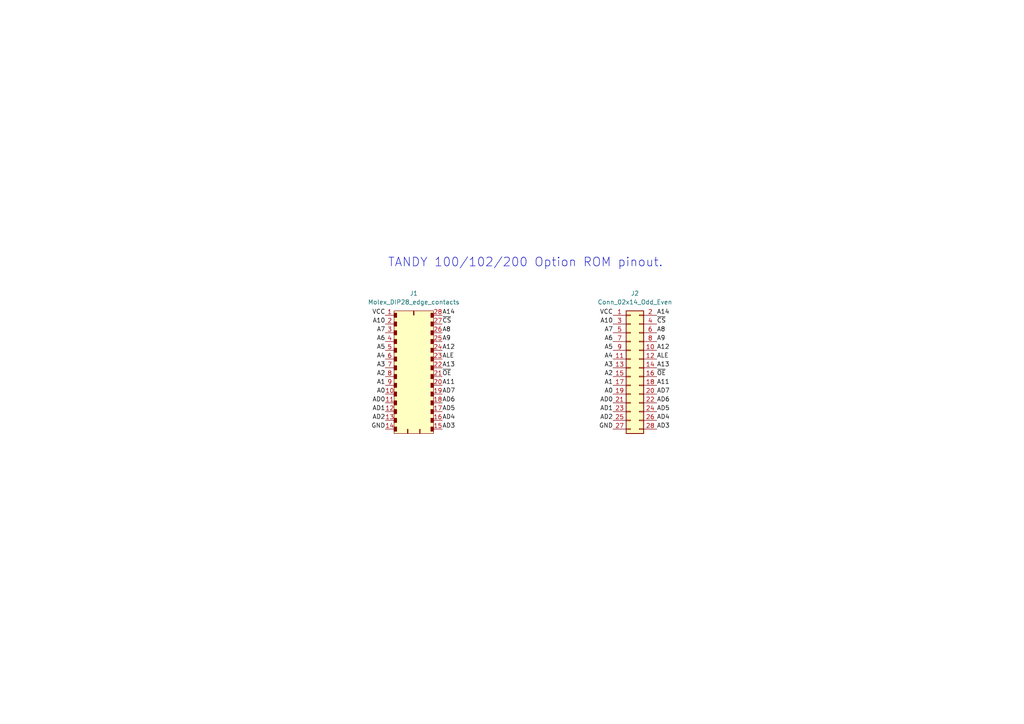
<source format=kicad_sch>
(kicad_sch (version 20231120) (generator "eeschema") (generator_version "8.0")
  (paper "A4")
  (lib_symbols
    (symbol "000_LOCAL:Molex_DIP28_edge_contacts" (pin_names (offset 1.016))
      (property "Reference" "J" (at -7.62 19.05 0))
      (property "Value" "Molex_DIP28_edge_contacts" (at 0 -19.05 0))
      (symbol "Molex_DIP28_edge_contacts_0_1"
        (rectangle (start -3.81 -17.78) (end -3.556 -16.51) (stroke (width 0.0254)) (fill (type outline)))
        (rectangle (start -2.032 17.78) (end -1.778 16.51) (stroke (width 0.0254)) (fill (type outline)))
        (rectangle (start 0 -17.78) (end -0.254 -16.51) (stroke (width 0.0254)) (fill (type outline)))
      )
      (symbol "Molex_DIP28_edge_contacts_1_1"
        (rectangle (start -7.62 -15.875) (end -6.858 -17.145) (fill (type outline)))
        (rectangle (start -7.62 -13.335) (end -6.858 -14.605) (fill (type outline)))
        (rectangle (start -7.62 -10.795) (end -6.858 -12.065) (fill (type outline)))
        (rectangle (start -7.62 -8.255) (end -6.858 -9.525) (fill (type outline)))
        (rectangle (start -7.62 -5.715) (end -6.858 -6.985) (fill (type outline)))
        (rectangle (start -7.62 -3.175) (end -6.858 -4.445) (fill (type outline)))
        (rectangle (start -7.62 -0.635) (end -6.858 -1.905) (fill (type outline)))
        (rectangle (start -7.62 1.905) (end -6.858 0.635) (fill (type outline)))
        (rectangle (start -7.62 4.445) (end -6.858 3.175) (fill (type outline)))
        (rectangle (start -7.62 6.985) (end -6.858 5.715) (fill (type outline)))
        (rectangle (start -7.62 9.525) (end -6.858 8.255) (fill (type outline)))
        (rectangle (start -7.62 12.065) (end -6.858 10.795) (fill (type outline)))
        (rectangle (start -7.62 14.605) (end -6.858 13.335) (fill (type outline)))
        (rectangle (start -7.62 17.145) (end -6.858 15.875) (fill (type outline)))
        (rectangle (start -7.62 17.78) (end 3.81 -17.78) (fill (type background)))
        (rectangle (start 3.048 -15.875) (end 3.81 -17.145) (fill (type outline)))
        (rectangle (start 3.048 -13.335) (end 3.81 -14.605) (fill (type outline)))
        (rectangle (start 3.048 -10.795) (end 3.81 -12.065) (fill (type outline)))
        (rectangle (start 3.048 -8.255) (end 3.81 -9.525) (fill (type outline)))
        (rectangle (start 3.048 -5.715) (end 3.81 -6.985) (fill (type outline)))
        (rectangle (start 3.048 -3.175) (end 3.81 -4.445) (fill (type outline)))
        (rectangle (start 3.048 -0.635) (end 3.81 -1.905) (fill (type outline)))
        (rectangle (start 3.048 1.905) (end 3.81 0.635) (fill (type outline)))
        (rectangle (start 3.048 4.445) (end 3.81 3.175) (fill (type outline)))
        (rectangle (start 3.048 6.985) (end 3.81 5.715) (fill (type outline)))
        (rectangle (start 3.048 9.525) (end 3.81 8.255) (fill (type outline)))
        (rectangle (start 3.048 12.065) (end 3.81 10.795) (fill (type outline)))
        (rectangle (start 3.048 14.605) (end 3.81 13.335) (fill (type outline)))
        (rectangle (start 3.048 17.145) (end 3.81 15.875) (fill (type outline)))
        (pin passive line (at -10.16 16.51 0) (length 2.54) (name "~") (number "1"))
        (pin passive line (at -10.16 -6.35 0) (length 2.54) (name "~") (number "10"))
        (pin passive line (at -10.16 -8.89 0) (length 2.54) (name "~") (number "11"))
        (pin passive line (at -10.16 -11.43 0) (length 2.54) (name "~") (number "12"))
        (pin passive line (at -10.16 -13.97 0) (length 2.54) (name "~") (number "13"))
        (pin passive line (at -10.16 -16.51 0) (length 2.54) (name "~") (number "14"))
        (pin passive line (at 6.35 -16.51 180) (length 2.54) (name "~") (number "15"))
        (pin passive line (at 6.35 -13.97 180) (length 2.54) (name "~") (number "16"))
        (pin passive line (at 6.35 -11.43 180) (length 2.54) (name "~") (number "17"))
        (pin passive line (at 6.35 -8.89 180) (length 2.54) (name "~") (number "18"))
        (pin passive line (at 6.35 -6.35 180) (length 2.54) (name "~") (number "19"))
        (pin passive line (at -10.16 13.97 0) (length 2.54) (name "~") (number "2"))
        (pin passive line (at 6.35 -3.81 180) (length 2.54) (name "~") (number "20"))
        (pin passive line (at 6.35 -1.27 180) (length 2.54) (name "~") (number "21"))
        (pin passive line (at 6.35 1.27 180) (length 2.54) (name "~") (number "22"))
        (pin passive line (at 6.35 3.81 180) (length 2.54) (name "~") (number "23"))
        (pin passive line (at 6.35 6.35 180) (length 2.54) (name "~") (number "24"))
        (pin passive line (at 6.35 8.89 180) (length 2.54) (name "~") (number "25"))
        (pin passive line (at 6.35 11.43 180) (length 2.54) (name "~") (number "26"))
        (pin passive line (at 6.35 13.97 180) (length 2.54) (name "~") (number "27"))
        (pin passive line (at 6.35 16.51 180) (length 2.54) (name "~") (number "28"))
        (pin passive line (at -10.16 11.43 0) (length 2.54) (name "~") (number "3"))
        (pin passive line (at -10.16 8.89 0) (length 2.54) (name "~") (number "4"))
        (pin passive line (at -10.16 6.35 0) (length 2.54) (name "~") (number "5"))
        (pin passive line (at -10.16 3.81 0) (length 2.54) (name "~") (number "6"))
        (pin passive line (at -10.16 1.27 0) (length 2.54) (name "~") (number "7"))
        (pin passive line (at -10.16 -1.27 0) (length 2.54) (name "~") (number "8"))
        (pin passive line (at -10.16 -3.81 0) (length 2.54) (name "~") (number "9"))
      )
    )
    (symbol "Connector_Generic:Conn_02x14_Odd_Even" (pin_names (offset 1.016) hide)
      (property "Reference" "J" (at 1.27 17.78 0))
      (property "Value" "Conn_02x14_Odd_Even" (at 1.27 -20.32 0))
      (symbol "Conn_02x14_Odd_Even_1_1"
        (rectangle (start -1.27 -17.653) (end 0 -17.907) (stroke (width 0.1524)))
        (rectangle (start -1.27 -15.113) (end 0 -15.367) (stroke (width 0.1524)))
        (rectangle (start -1.27 -12.573) (end 0 -12.827) (stroke (width 0.1524)))
        (rectangle (start -1.27 -10.033) (end 0 -10.287) (stroke (width 0.1524)))
        (rectangle (start -1.27 -7.493) (end 0 -7.747) (stroke (width 0.1524)))
        (rectangle (start -1.27 -4.953) (end 0 -5.207) (stroke (width 0.1524)))
        (rectangle (start -1.27 -2.413) (end 0 -2.667) (stroke (width 0.1524)))
        (rectangle (start -1.27 0.127) (end 0 -0.127) (stroke (width 0.1524)))
        (rectangle (start -1.27 2.667) (end 0 2.413) (stroke (width 0.1524)))
        (rectangle (start -1.27 5.207) (end 0 4.953) (stroke (width 0.1524)))
        (rectangle (start -1.27 7.747) (end 0 7.493) (stroke (width 0.1524)))
        (rectangle (start -1.27 10.287) (end 0 10.033) (stroke (width 0.1524)))
        (rectangle (start -1.27 12.827) (end 0 12.573) (stroke (width 0.1524)))
        (rectangle (start -1.27 15.367) (end 0 15.113) (stroke (width 0.1524)))
        (rectangle (start -1.27 16.51) (end 3.81 -19.05) (stroke (width 0.254)) (fill (type background)))
        (rectangle (start 3.81 -17.653) (end 2.54 -17.907) (stroke (width 0.1524)))
        (rectangle (start 3.81 -15.113) (end 2.54 -15.367) (stroke (width 0.1524)))
        (rectangle (start 3.81 -12.573) (end 2.54 -12.827) (stroke (width 0.1524)))
        (rectangle (start 3.81 -10.033) (end 2.54 -10.287) (stroke (width 0.1524)))
        (rectangle (start 3.81 -7.493) (end 2.54 -7.747) (stroke (width 0.1524)))
        (rectangle (start 3.81 -4.953) (end 2.54 -5.207) (stroke (width 0.1524)))
        (rectangle (start 3.81 -2.413) (end 2.54 -2.667) (stroke (width 0.1524)))
        (rectangle (start 3.81 0.127) (end 2.54 -0.127) (stroke (width 0.1524)))
        (rectangle (start 3.81 2.667) (end 2.54 2.413) (stroke (width 0.1524)))
        (rectangle (start 3.81 5.207) (end 2.54 4.953) (stroke (width 0.1524)))
        (rectangle (start 3.81 7.747) (end 2.54 7.493) (stroke (width 0.1524)))
        (rectangle (start 3.81 10.287) (end 2.54 10.033) (stroke (width 0.1524)))
        (rectangle (start 3.81 12.827) (end 2.54 12.573) (stroke (width 0.1524)))
        (rectangle (start 3.81 15.367) (end 2.54 15.113) (stroke (width 0.1524)))
        (pin passive line (at -5.08 15.24 0) (length 3.81) (name "Pin_1") (number "1"))
        (pin passive line (at 7.62 5.08 180) (length 3.81) (name "Pin_10") (number "10"))
        (pin passive line (at -5.08 2.54 0) (length 3.81) (name "Pin_11") (number "11"))
        (pin passive line (at 7.62 2.54 180) (length 3.81) (name "Pin_12") (number "12"))
        (pin passive line (at -5.08 0 0) (length 3.81) (name "Pin_13") (number "13"))
        (pin passive line (at 7.62 0 180) (length 3.81) (name "Pin_14") (number "14"))
        (pin passive line (at -5.08 -2.54 0) (length 3.81) (name "Pin_15") (number "15"))
        (pin passive line (at 7.62 -2.54 180) (length 3.81) (name "Pin_16") (number "16"))
        (pin passive line (at -5.08 -5.08 0) (length 3.81) (name "Pin_17") (number "17"))
        (pin passive line (at 7.62 -5.08 180) (length 3.81) (name "Pin_18") (number "18"))
        (pin passive line (at -5.08 -7.62 0) (length 3.81) (name "Pin_19") (number "19"))
        (pin passive line (at 7.62 15.24 180) (length 3.81) (name "Pin_2") (number "2"))
        (pin passive line (at 7.62 -7.62 180) (length 3.81) (name "Pin_20") (number "20"))
        (pin passive line (at -5.08 -10.16 0) (length 3.81) (name "Pin_21") (number "21"))
        (pin passive line (at 7.62 -10.16 180) (length 3.81) (name "Pin_22") (number "22"))
        (pin passive line (at -5.08 -12.7 0) (length 3.81) (name "Pin_23") (number "23"))
        (pin passive line (at 7.62 -12.7 180) (length 3.81) (name "Pin_24") (number "24"))
        (pin passive line (at -5.08 -15.24 0) (length 3.81) (name "Pin_25") (number "25"))
        (pin passive line (at 7.62 -15.24 180) (length 3.81) (name "Pin_26") (number "26"))
        (pin passive line (at -5.08 -17.78 0) (length 3.81) (name "Pin_27") (number "27"))
        (pin passive line (at 7.62 -17.78 180) (length 3.81) (name "Pin_28") (number "28"))
        (pin passive line (at -5.08 12.7 0) (length 3.81) (name "Pin_3") (number "3"))
        (pin passive line (at 7.62 12.7 180) (length 3.81) (name "Pin_4") (number "4"))
        (pin passive line (at -5.08 10.16 0) (length 3.81) (name "Pin_5") (number "5"))
        (pin passive line (at 7.62 10.16 180) (length 3.81) (name "Pin_6") (number "6"))
        (pin passive line (at -5.08 7.62 0) (length 3.81) (name "Pin_7") (number "7"))
        (pin passive line (at 7.62 7.62 180) (length 3.81) (name "Pin_8") (number "8"))
        (pin passive line (at -5.08 5.08 0) (length 3.81) (name "Pin_9") (number "9"))
      )
    )
  )
  (text "TANDY 100/102/200 Option ROM pinout." (at 152.4 76.2 0) (effects (font (size 2.54 2.54))))
  (label "A5" (at 111.76 101.6 180))
  (label "A0" (at 177.8 114.3 180))
  (label "A11" (at 190.5 111.76 0))
  (label "AD6" (at 128.27 116.84 0))
  (label "VCC" (at 111.76 91.44 180))
  (label "A2" (at 111.76 109.22 180))
  (label "A4" (at 177.8 104.14 180))
  (label "~{OE}" (at 190.5 109.22 0))
  (label "A8" (at 128.27 96.52 0))
  (label "A14" (at 128.27 91.44 0))
  (label "ALE" (at 190.5 104.14 0))
  (label "A3" (at 177.8 106.68 180))
  (label "AD6" (at 190.5 116.84 0))
  (label "A10" (at 177.8 93.98 180))
  (label "A10" (at 111.76 93.98 180))
  (label "A11" (at 128.27 111.76 0))
  (label "GND" (at 111.76 124.46 180))
  (label "GND" (at 177.8 124.46 180))
  (label "A1" (at 177.8 111.76 180))
  (label "A2" (at 177.8 109.22 180))
  (label "AD5" (at 190.5 119.38 0))
  (label "VCC" (at 177.8 91.44 180))
  (label "ALE" (at 128.27 104.14 0))
  (label "AD4" (at 128.27 121.92 0))
  (label "AD1" (at 111.76 119.38 180))
  (label "AD2" (at 177.8 121.92 180))
  (label "A6" (at 111.76 99.06 180))
  (label "AD1" (at 177.8 119.38 180))
  (label "A13" (at 128.27 106.68 0))
  (label "A13" (at 190.5 106.68 0))
  (label "AD4" (at 190.5 121.92 0))
  (label "AD7" (at 128.27 114.3 0))
  (label "A5" (at 177.8 101.6 180))
  (label "AD3" (at 190.5 124.46 0))
  (label "A9" (at 190.5 99.06 0))
  (label "A9" (at 128.27 99.06 0))
  (label "A1" (at 111.76 111.76 180))
  (label "A7" (at 111.76 96.52 180))
  (label "AD0" (at 111.76 116.84 180))
  (label "A14" (at 190.5 91.44 0))
  (label "AD0" (at 177.8 116.84 180))
  (label "A0" (at 111.76 114.3 180))
  (label "A7" (at 177.8 96.52 180))
  (label "~{CS}" (at 128.27 93.98 0))
  (label "~{OE}" (at 128.27 109.22 0))
  (label "A4" (at 111.76 104.14 180))
  (label "A12" (at 128.27 101.6 0))
  (label "AD7" (at 190.5 114.3 0))
  (label "A8" (at 190.5 96.52 0))
  (label "AD2" (at 111.76 121.92 180))
  (label "~{CS}" (at 190.5 93.98 0))
  (label "A6" (at 177.8 99.06 180))
  (label "A3" (at 111.76 106.68 180))
  (label "AD3" (at 128.27 124.46 0))
  (label "AD5" (at 128.27 119.38 0))
  (label "A12" (at 190.5 101.6 0))
  (symbol (lib_id "000_LOCAL:Molex_DIP28_edge_contacts") (at 121.92 107.95 0) (unit 1)
    (property "Reference" "J1" (at 120.015 85.09 0))
    (property "Value" "Molex_DIP28_edge_contacts" (at 120.015 87.63 0))
    (property "Footprint" "000_LOCAL:Molex78802_PCB_28" (effects (hide yes)))
  )
  (symbol (lib_id "Connector_Generic:Conn_02x14_Odd_Even") (at 182.88 106.68 0) (unit 1)
    (property "Reference" "J2" (at 184.15 85.09 0))
    (property "Value" "Conn_02x14_Odd_Even" (at 184.15 87.63 0))
    (property "Footprint" "000_LOCAL:PinHeader_2x14_P2.54mm_Vertical" (effects (hide yes)))
    (property "Description" "Generic connector, double row, 02x14, odd/even pin numbering scheme (row 1 odd numbers, row 2 even numbers), script generated (kicad-library-utils/schlib/autogen/connector/)" (effects (hide yes)))
  )
)
</source>
